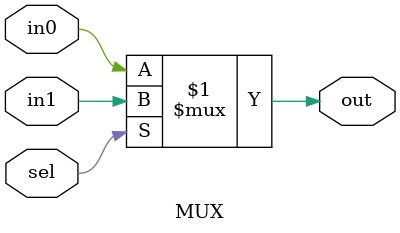
<source format=v>
module MUX(
    input wire in0,
    input wire in1,
    input wire sel,
    output wire out
);
    assign out = sel ? in1 : in0;

endmodule
</source>
